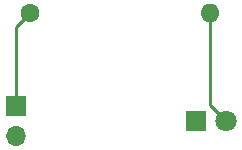
<source format=gbr>
%TF.GenerationSoftware,KiCad,Pcbnew,(6.0.9)*%
%TF.CreationDate,2023-01-23T14:00:58+05:30*%
%TF.ProjectId,simpleLED,73696d70-6c65-44c4-9544-2e6b69636164,rev?*%
%TF.SameCoordinates,Original*%
%TF.FileFunction,Copper,L1,Top*%
%TF.FilePolarity,Positive*%
%FSLAX46Y46*%
G04 Gerber Fmt 4.6, Leading zero omitted, Abs format (unit mm)*
G04 Created by KiCad (PCBNEW (6.0.9)) date 2023-01-23 14:00:58*
%MOMM*%
%LPD*%
G01*
G04 APERTURE LIST*
%TA.AperFunction,ComponentPad*%
%ADD10R,1.800000X1.800000*%
%TD*%
%TA.AperFunction,ComponentPad*%
%ADD11C,1.800000*%
%TD*%
%TA.AperFunction,ComponentPad*%
%ADD12C,1.600000*%
%TD*%
%TA.AperFunction,ComponentPad*%
%ADD13O,1.600000X1.600000*%
%TD*%
%TA.AperFunction,ComponentPad*%
%ADD14R,1.700000X1.700000*%
%TD*%
%TA.AperFunction,ComponentPad*%
%ADD15O,1.700000X1.700000*%
%TD*%
%TA.AperFunction,Conductor*%
%ADD16C,0.250000*%
%TD*%
G04 APERTURE END LIST*
D10*
%TO.P,D1,1,K*%
%TO.N,Net-(BT1-Pad2)*%
X139700000Y-92710000D03*
D11*
%TO.P,D1,2,A*%
%TO.N,Net-(D1-Pad2)*%
X142240000Y-92710000D03*
%TD*%
D12*
%TO.P,R1,1*%
%TO.N,Net-(BT1-Pad1)*%
X125640000Y-83520000D03*
D13*
%TO.P,R1,2*%
%TO.N,Net-(D1-Pad2)*%
X140880000Y-83520000D03*
%TD*%
D14*
%TO.P,BT1,1,+*%
%TO.N,Net-(BT1-Pad1)*%
X124460000Y-91440000D03*
D15*
%TO.P,BT1,2,-*%
%TO.N,Net-(BT1-Pad2)*%
X124460000Y-93980000D03*
%TD*%
D16*
%TO.N,Net-(BT1-Pad1)*%
X124460000Y-84700000D02*
X125640000Y-83520000D01*
X124460000Y-91440000D02*
X124460000Y-84700000D01*
%TO.N,Net-(D1-Pad2)*%
X140880000Y-91350000D02*
X142240000Y-92710000D01*
X140880000Y-83520000D02*
X140880000Y-91350000D01*
%TD*%
M02*

</source>
